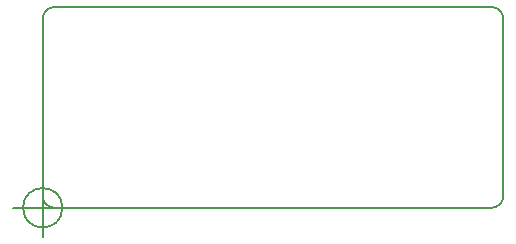
<source format=gbr>
G04 #@! TF.FileFunction,Profile,NP*
%FSLAX46Y46*%
G04 Gerber Fmt 4.6, Leading zero omitted, Abs format (unit mm)*
G04 Created by KiCad (PCBNEW 4.0.2-stable) date 2017年05月12日 星期五 07:52:48*
%MOMM*%
G01*
G04 APERTURE LIST*
%ADD10C,0.100000*%
%ADD11C,0.150000*%
G04 APERTURE END LIST*
D10*
D11*
X156666666Y-106500000D02*
G75*
G03X156666666Y-106500000I-1666666J0D01*
G01*
X152500000Y-106500000D02*
X157500000Y-106500000D01*
X155000000Y-104000000D02*
X155000000Y-109000000D01*
X155000000Y-105500000D02*
X155000000Y-90500000D01*
X193000000Y-106500000D02*
X156000000Y-106500000D01*
X194000000Y-90500000D02*
X194000000Y-105500000D01*
X156000000Y-89500000D02*
X193000000Y-89500000D01*
X155000000Y-105500000D02*
G75*
G03X156000000Y-106500000I1000000J0D01*
G01*
X156000000Y-89500000D02*
G75*
G03X155000000Y-90500000I0J-1000000D01*
G01*
X194000000Y-90500000D02*
G75*
G03X193000000Y-89500000I-1000000J0D01*
G01*
X193000000Y-106500000D02*
G75*
G03X194000000Y-105500000I0J1000000D01*
G01*
M02*

</source>
